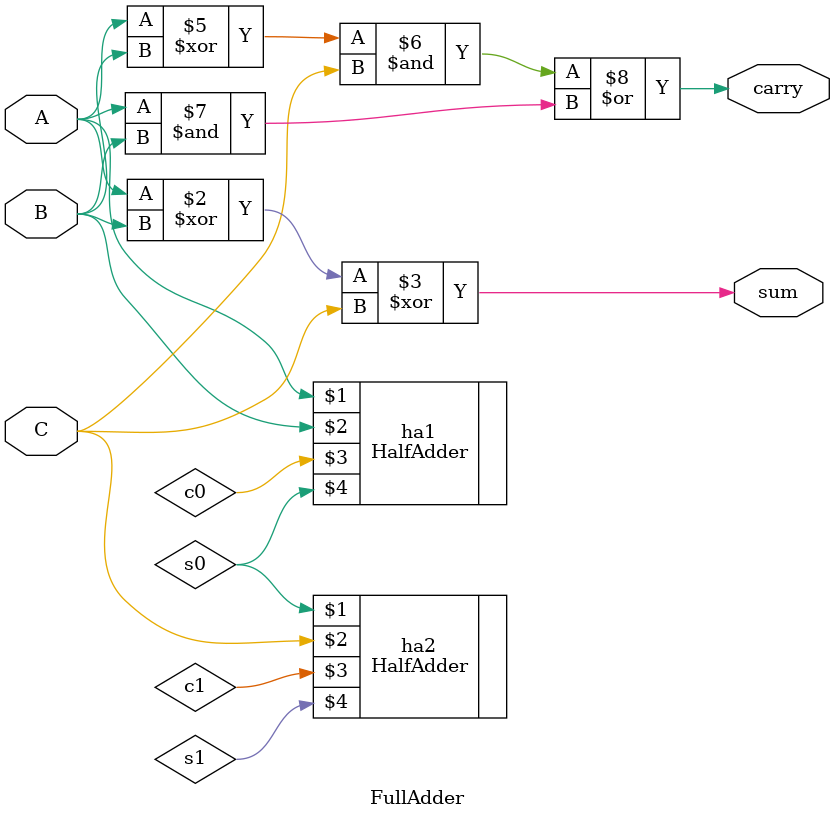
<source format=v>
module FullAdder(A,B,C,carry,sum);
	input A;
	input B;
	input C;
	output carry;
	output sum;
	reg carry;
	reg sum;
//---------------------------------------------	
	wire c0;
	wire s0;
	wire c1;
	wire s1;
//---------------------------------------------
	HalfAdder ha1(A ,B,c0,s0);
	HalfAdder ha2(s0,C,c1,s1);
//---------------------------------------------
	always @(*) 
	  begin
	    sum=s1;//
		sum= A^B^C;
	    carry=c1|c0;//
		carry= ((A^B)&C)|(A&B);  
	  end
//---------------------------------------------
	
endmodule
</source>
